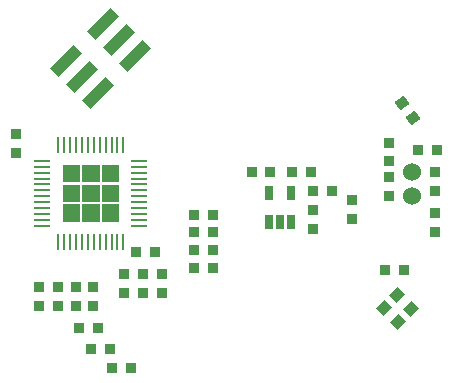
<source format=gbp>
G04*
G04 #@! TF.GenerationSoftware,Altium Limited,Altium Designer,20.0.7 (75)*
G04*
G04 Layer_Color=128*
%FSLAX44Y44*%
%MOMM*%
G71*
G01*
G75*
%ADD10R,0.9652X0.8636*%
%ADD11R,0.8636X0.9652*%
G04:AMPARAMS|DCode=17|XSize=2.8mm|YSize=1mm|CornerRadius=0mm|HoleSize=0mm|Usage=FLASHONLY|Rotation=45.000|XOffset=0mm|YOffset=0mm|HoleType=Round|Shape=Rectangle|*
%AMROTATEDRECTD17*
4,1,4,-0.6364,-1.3435,-1.3435,-0.6364,0.6364,1.3435,1.3435,0.6364,-0.6364,-1.3435,0.0*
%
%ADD17ROTATEDRECTD17*%

G04:AMPARAMS|DCode=18|XSize=0.8636mm|YSize=0.9652mm|CornerRadius=0mm|HoleSize=0mm|Usage=FLASHONLY|Rotation=135.000|XOffset=0mm|YOffset=0mm|HoleType=Round|Shape=Rectangle|*
%AMROTATEDRECTD18*
4,1,4,0.6466,0.0359,-0.0359,-0.6466,-0.6466,-0.0359,0.0359,0.6466,0.6466,0.0359,0.0*
%
%ADD18ROTATEDRECTD18*%

G04:AMPARAMS|DCode=19|XSize=0.8636mm|YSize=0.9652mm|CornerRadius=0mm|HoleSize=0mm|Usage=FLASHONLY|Rotation=125.000|XOffset=0mm|YOffset=0mm|HoleType=Round|Shape=Rectangle|*
%AMROTATEDRECTD19*
4,1,4,0.6430,-0.0769,-0.1477,-0.6305,-0.6430,0.0769,0.1477,0.6305,0.6430,-0.0769,0.0*
%
%ADD19ROTATEDRECTD19*%

%ADD20R,1.4732X0.2286*%
%ADD21R,0.2286X1.4732*%
%ADD22R,0.0254X0.0254*%
%ADD23C,1.5240*%
%ADD24R,0.6500X1.2500*%
G36*
X-97981Y29340D02*
X-112660D01*
Y44019D01*
X-97981D01*
Y29340D01*
D02*
G37*
G36*
X-114660D02*
X-129340D01*
Y44019D01*
X-114660D01*
Y29340D01*
D02*
G37*
G36*
X-131340D02*
X-146019D01*
Y44019D01*
X-131340D01*
Y29340D01*
D02*
G37*
G36*
X-97981Y12660D02*
X-112660D01*
Y27340D01*
X-97981D01*
Y12660D01*
D02*
G37*
G36*
X-114660D02*
X-129340D01*
Y27340D01*
X-114660D01*
Y12660D01*
D02*
G37*
G36*
X-131340D02*
X-146019D01*
Y27340D01*
X-131340D01*
Y12660D01*
D02*
G37*
G36*
X-97981Y-4019D02*
X-112660D01*
Y10660D01*
X-97981D01*
Y-4019D01*
D02*
G37*
G36*
X-114660D02*
X-129340D01*
Y10660D01*
X-114660D01*
Y-4019D01*
D02*
G37*
G36*
X-131340D02*
X-146019D01*
Y10660D01*
X-131340D01*
Y-4019D01*
D02*
G37*
D10*
X99000Y14001D02*
D03*
Y-2001D02*
D03*
X130000Y46999D02*
D03*
Y63001D02*
D03*
Y17999D02*
D03*
Y34001D02*
D03*
X-185000Y70001D02*
D03*
Y53999D02*
D03*
X-135000Y-58999D02*
D03*
Y-75001D02*
D03*
X66000Y-10001D02*
D03*
Y6001D02*
D03*
X169000Y3001D02*
D03*
Y-13001D02*
D03*
X169000Y21999D02*
D03*
Y38001D02*
D03*
X-78000Y-47999D02*
D03*
Y-64001D02*
D03*
X-166000Y-58999D02*
D03*
Y-75001D02*
D03*
X-150000Y-58999D02*
D03*
Y-75001D02*
D03*
X-120000Y-58999D02*
D03*
Y-75001D02*
D03*
X-94000Y-64001D02*
D03*
Y-47999D02*
D03*
X-62000Y-47999D02*
D03*
Y-64001D02*
D03*
D11*
X126999Y-45000D02*
D03*
X143001Y-45000D02*
D03*
X-35000Y2000D02*
D03*
X-18998D02*
D03*
X-115999Y-94000D02*
D03*
X-132001D02*
D03*
X-105999Y-112000D02*
D03*
X-122001D02*
D03*
X-87999Y-128000D02*
D03*
X-104001D02*
D03*
X-35000Y-13000D02*
D03*
X-18998D02*
D03*
X-18999Y-43000D02*
D03*
X-35001D02*
D03*
X-67999Y-30000D02*
D03*
X-84001D02*
D03*
X-18998Y-28000D02*
D03*
X-35000D02*
D03*
X171001Y57000D02*
D03*
X154999D02*
D03*
X64000Y38000D02*
D03*
X47998D02*
D03*
X65999Y22000D02*
D03*
X82001D02*
D03*
X30001Y38000D02*
D03*
X13999D02*
D03*
D17*
X-111879Y162991D02*
D03*
X-142991Y131879D02*
D03*
X-98444Y149556D02*
D03*
X-129556Y118444D02*
D03*
X-85009Y136121D02*
D03*
X-116121Y105009D02*
D03*
D18*
X137658Y-88658D02*
D03*
X126343Y-77342D02*
D03*
X137343Y-66342D02*
D03*
X148657Y-77658D02*
D03*
D19*
X141411Y96554D02*
D03*
X150589Y83446D02*
D03*
D20*
X-163148Y-7500D02*
D03*
Y-2500D02*
D03*
Y2500D02*
D03*
Y7500D02*
D03*
Y12500D02*
D03*
Y17500D02*
D03*
Y22500D02*
D03*
Y27500D02*
D03*
Y32500D02*
D03*
Y37500D02*
D03*
Y42500D02*
D03*
Y47500D02*
D03*
X-80852D02*
D03*
Y42500D02*
D03*
Y37500D02*
D03*
Y32500D02*
D03*
Y27500D02*
D03*
Y22500D02*
D03*
Y17500D02*
D03*
Y12500D02*
D03*
Y7500D02*
D03*
Y2500D02*
D03*
Y-2500D02*
D03*
Y-7500D02*
D03*
D21*
X-149500Y61148D02*
D03*
X-144500D02*
D03*
X-139500D02*
D03*
X-134500D02*
D03*
X-129500D02*
D03*
X-124500D02*
D03*
X-119500D02*
D03*
X-114500D02*
D03*
X-109500D02*
D03*
X-104500D02*
D03*
X-99500D02*
D03*
X-94500D02*
D03*
Y-21148D02*
D03*
X-99500D02*
D03*
X-104500D02*
D03*
X-109500D02*
D03*
X-114500D02*
D03*
X-119500D02*
D03*
X-124500D02*
D03*
X-129500D02*
D03*
X-134500D02*
D03*
X-139500D02*
D03*
X-144500D02*
D03*
X-149500D02*
D03*
D22*
X-122000Y20000D02*
D03*
D23*
X150000Y38000D02*
D03*
Y18000D02*
D03*
D24*
X47400Y-4500D02*
D03*
X38000D02*
D03*
X28600D02*
D03*
Y20500D02*
D03*
X47400D02*
D03*
M02*

</source>
